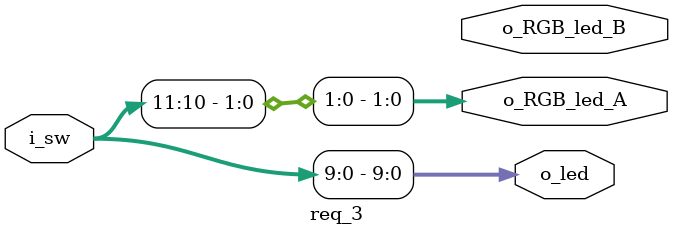
<source format=v>
`timescale 1ns / 1ps


module req_3(
    input [11:0] i_sw,
    output [9:0] o_led,
    output [2:0] o_RGB_led_A,
    output o_RGB_led_B
    );
    
assign o_led[9:0] = i_sw[9:0];
assign o_RGB_led_A[1:0] = i_sw[11:10];
    
endmodule

</source>
